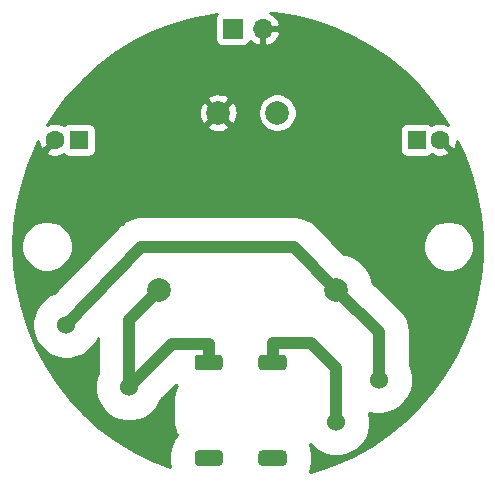
<source format=gbl>
%TF.GenerationSoftware,KiCad,Pcbnew,(5.1.9-0-10_14)*%
%TF.CreationDate,2024-01-23T16:21:58+01:00*%
%TF.ProjectId,mains-psu,6d61696e-732d-4707-9375-2e6b69636164,rev?*%
%TF.SameCoordinates,Original*%
%TF.FileFunction,Copper,L2,Bot*%
%TF.FilePolarity,Positive*%
%FSLAX46Y46*%
G04 Gerber Fmt 4.6, Leading zero omitted, Abs format (unit mm)*
G04 Created by KiCad (PCBNEW (5.1.9-0-10_14)) date 2024-01-23 16:21:58*
%MOMM*%
%LPD*%
G01*
G04 APERTURE LIST*
%TA.AperFunction,ComponentPad*%
%ADD10C,1.600000*%
%TD*%
%TA.AperFunction,ComponentPad*%
%ADD11R,1.600000X1.600000*%
%TD*%
%TA.AperFunction,ComponentPad*%
%ADD12C,2.000000*%
%TD*%
%TA.AperFunction,ComponentPad*%
%ADD13C,1.524000*%
%TD*%
%TA.AperFunction,ComponentPad*%
%ADD14O,1.700000X1.700000*%
%TD*%
%TA.AperFunction,ComponentPad*%
%ADD15R,1.700000X1.700000*%
%TD*%
%TA.AperFunction,Conductor*%
%ADD16C,1.000000*%
%TD*%
%TA.AperFunction,Conductor*%
%ADD17C,0.254000*%
%TD*%
%TA.AperFunction,Conductor*%
%ADD18C,0.100000*%
%TD*%
G04 APERTURE END LIST*
%TO.P,J2,1*%
%TO.N,NEUT*%
%TA.AperFunction,SMDPad,CuDef*%
G36*
G01*
X-2100000Y-9512500D02*
X-2100000Y-10187500D01*
G75*
G02*
X-2437500Y-10525000I-337500J0D01*
G01*
X-4162500Y-10525000D01*
G75*
G02*
X-4500000Y-10187500I0J337500D01*
G01*
X-4500000Y-9512500D01*
G75*
G02*
X-4162500Y-9175000I337500J0D01*
G01*
X-2437500Y-9175000D01*
G75*
G02*
X-2100000Y-9512500I0J-337500D01*
G01*
G37*
%TD.AperFunction*%
%TA.AperFunction,SMDPad,CuDef*%
G36*
G01*
X-2100000Y-17612500D02*
X-2100000Y-18287500D01*
G75*
G02*
X-2437500Y-18625000I-337500J0D01*
G01*
X-4162500Y-18625000D01*
G75*
G02*
X-4500000Y-18287500I0J337500D01*
G01*
X-4500000Y-17612500D01*
G75*
G02*
X-4162500Y-17275000I337500J0D01*
G01*
X-2437500Y-17275000D01*
G75*
G02*
X-2100000Y-17612500I0J-337500D01*
G01*
G37*
%TD.AperFunction*%
%TD*%
%TO.P,J1,1*%
%TO.N,LINE*%
%TA.AperFunction,SMDPad,CuDef*%
G36*
G01*
X900000Y-18287500D02*
X900000Y-17612500D01*
G75*
G02*
X1237500Y-17275000I337500J0D01*
G01*
X2962500Y-17275000D01*
G75*
G02*
X3300000Y-17612500I0J-337500D01*
G01*
X3300000Y-18287500D01*
G75*
G02*
X2962500Y-18625000I-337500J0D01*
G01*
X1237500Y-18625000D01*
G75*
G02*
X900000Y-18287500I0J337500D01*
G01*
G37*
%TD.AperFunction*%
%TA.AperFunction,SMDPad,CuDef*%
G36*
G01*
X900000Y-10187500D02*
X900000Y-9512500D01*
G75*
G02*
X1237500Y-9175000I337500J0D01*
G01*
X2962500Y-9175000D01*
G75*
G02*
X3300000Y-9512500I0J-337500D01*
G01*
X3300000Y-10187500D01*
G75*
G02*
X2962500Y-10525000I-337500J0D01*
G01*
X1237500Y-10525000D01*
G75*
G02*
X900000Y-10187500I0J337500D01*
G01*
G37*
%TD.AperFunction*%
%TD*%
D10*
%TO.P,C2,2*%
%TO.N,GND*%
X16300000Y9000000D03*
D11*
%TO.P,C2,1*%
%TO.N,+3V3*%
X14300000Y9000000D03*
%TD*%
D12*
%TO.P,U1,2*%
%TO.N,Net-(F1-Pad1)*%
X7500000Y-3700000D03*
%TO.P,U1,1*%
%TO.N,NEUT*%
X-7500000Y-3700000D03*
%TO.P,U1,4*%
%TO.N,GND*%
X-2500000Y11300000D03*
%TO.P,U1,3*%
%TO.N,+3V3*%
X2500000Y11300000D03*
%TD*%
D13*
%TO.P,RV1,2*%
%TO.N,NEUT*%
X-10048350Y-11951650D03*
%TO.P,RV1,1*%
%TO.N,Net-(F1-Pad1)*%
X-15351650Y-6648350D03*
%TD*%
%TO.P,F1,2*%
%TO.N,LINE*%
X7503949Y-14896051D03*
%TO.P,F1,1*%
%TO.N,Net-(F1-Pad1)*%
X11096051Y-11303949D03*
%TD*%
D14*
%TO.P,J3,2*%
%TO.N,GND*%
X1270000Y18400000D03*
D15*
%TO.P,J3,1*%
%TO.N,+3V3*%
X-1270000Y18400000D03*
%TD*%
D10*
%TO.P,C1,2*%
%TO.N,GND*%
X-16300000Y9000000D03*
D11*
%TO.P,C1,1*%
%TO.N,+3V3*%
X-14300000Y9000000D03*
%TD*%
D16*
%TO.N,NEUT*%
X-9696700Y-11600000D02*
X-10048350Y-11951650D01*
X-10048350Y-6248350D02*
X-7500000Y-3700000D01*
X-10048350Y-11951650D02*
X-10048350Y-6248350D01*
X-7946700Y-9850000D02*
X-10048350Y-11951650D01*
X-3300000Y-9850000D02*
X-3300000Y-8300000D01*
X-6396700Y-8300000D02*
X-7946700Y-9850000D01*
X-3300000Y-8300000D02*
X-6396700Y-8300000D01*
%TO.N,LINE*%
X7503949Y-11903949D02*
X7503949Y-14896051D01*
X5400000Y-8200000D02*
X7503949Y-10303949D01*
X7503949Y-10303949D02*
X7503949Y-11903949D01*
X2100000Y-8200000D02*
X5400000Y-8200000D01*
X2100000Y-9850000D02*
X2100000Y-8200000D01*
%TO.N,Net-(F1-Pad1)*%
X11096051Y-7296051D02*
X7500000Y-3700000D01*
X11096051Y-11303949D02*
X11096051Y-7296051D01*
X-9000000Y-100000D02*
X-15351650Y-6648350D01*
X3900000Y-100000D02*
X-9000000Y-100000D01*
X7500000Y-3700000D02*
X3900000Y-100000D01*
%TD*%
D17*
%TO.N,GND*%
X2190890Y19724796D02*
X3925596Y19453978D01*
X5629579Y19030907D01*
X7289503Y18458892D01*
X8892377Y17742412D01*
X10425656Y16887074D01*
X11877340Y15899571D01*
X13236067Y14787633D01*
X14491205Y13559961D01*
X15632929Y12226165D01*
X16652304Y10796682D01*
X16957933Y10276219D01*
X16786004Y10357571D01*
X16511816Y10426300D01*
X16229488Y10440217D01*
X15949870Y10398787D01*
X15683708Y10303603D01*
X15561691Y10238384D01*
X15551185Y10251185D01*
X15454494Y10330537D01*
X15344180Y10389502D01*
X15224482Y10425812D01*
X15100000Y10438072D01*
X13500000Y10438072D01*
X13375518Y10425812D01*
X13255820Y10389502D01*
X13145506Y10330537D01*
X13048815Y10251185D01*
X12969463Y10154494D01*
X12910498Y10044180D01*
X12874188Y9924482D01*
X12861928Y9800000D01*
X12861928Y8200000D01*
X12874188Y8075518D01*
X12910498Y7955820D01*
X12969463Y7845506D01*
X13048815Y7748815D01*
X13145506Y7669463D01*
X13255820Y7610498D01*
X13375518Y7574188D01*
X13500000Y7561928D01*
X15100000Y7561928D01*
X15224482Y7574188D01*
X15344180Y7610498D01*
X15454494Y7669463D01*
X15551185Y7748815D01*
X15561807Y7761758D01*
X15813996Y7642429D01*
X16088184Y7573700D01*
X16370512Y7559783D01*
X16650130Y7601213D01*
X16916292Y7696397D01*
X17041514Y7763329D01*
X17113097Y8007298D01*
X16300000Y8820395D01*
X16285858Y8806253D01*
X16106253Y8985858D01*
X16120395Y9000000D01*
X16106253Y9014143D01*
X16285858Y9193748D01*
X16300000Y9179605D01*
X16314143Y9193748D01*
X16493748Y9014143D01*
X16479605Y9000000D01*
X17292702Y8186903D01*
X17536671Y8258486D01*
X17657571Y8513996D01*
X17726300Y8788184D01*
X17730951Y8882544D01*
X18293116Y7696068D01*
X18901711Y6049205D01*
X19362375Y4354998D01*
X19671502Y2626707D01*
X19826672Y877859D01*
X19826672Y-877859D01*
X19671502Y-2626707D01*
X19362375Y-4354998D01*
X18901711Y-6049205D01*
X18293116Y-7696068D01*
X17541353Y-9282700D01*
X16652304Y-10796682D01*
X15632929Y-12226165D01*
X14491205Y-13559961D01*
X13236067Y-14787633D01*
X11877340Y-15899571D01*
X10425656Y-16887074D01*
X8892377Y-17742412D01*
X7289503Y-18458892D01*
X5629579Y-19030907D01*
X5284713Y-19116532D01*
X5389739Y-18770308D01*
X5437291Y-18287500D01*
X5437291Y-17612500D01*
X5389739Y-17129692D01*
X5275573Y-16753338D01*
X5662319Y-17140084D01*
X6135494Y-17456250D01*
X6661259Y-17674029D01*
X7219407Y-17785051D01*
X7788491Y-17785051D01*
X8346639Y-17674029D01*
X8872404Y-17456250D01*
X9345579Y-17140084D01*
X9747982Y-16737681D01*
X10064148Y-16264506D01*
X10281927Y-15738741D01*
X10392949Y-15180593D01*
X10392949Y-14611509D01*
X10289020Y-14089020D01*
X10811509Y-14192949D01*
X11380593Y-14192949D01*
X11938741Y-14081927D01*
X12464506Y-13864148D01*
X12937681Y-13547982D01*
X13340084Y-13145579D01*
X13656250Y-12672404D01*
X13874029Y-12146639D01*
X13985051Y-11588491D01*
X13985051Y-11019407D01*
X13874029Y-10461259D01*
X13723051Y-10096766D01*
X13723051Y-7425095D01*
X13735761Y-7296050D01*
X13715000Y-7085261D01*
X13685040Y-6781069D01*
X13534825Y-6285878D01*
X13290890Y-5829507D01*
X12962608Y-5429494D01*
X12862369Y-5347230D01*
X10557436Y-3042298D01*
X10506831Y-2787888D01*
X10271111Y-2218810D01*
X9928899Y-1706654D01*
X9493346Y-1271101D01*
X8981190Y-928889D01*
X8412112Y-693169D01*
X8157702Y-642564D01*
X7301461Y213677D01*
X14830497Y213677D01*
X14830497Y-213677D01*
X14913870Y-632821D01*
X15077412Y-1027645D01*
X15314837Y-1382977D01*
X15617023Y-1685163D01*
X15972355Y-1922588D01*
X16367179Y-2086130D01*
X16786323Y-2169503D01*
X17213677Y-2169503D01*
X17632821Y-2086130D01*
X18027645Y-1922588D01*
X18382977Y-1685163D01*
X18685163Y-1382977D01*
X18922588Y-1027645D01*
X19086130Y-632821D01*
X19169503Y-213677D01*
X19169503Y213677D01*
X19086130Y632821D01*
X18922588Y1027645D01*
X18685163Y1382977D01*
X18382977Y1685163D01*
X18027645Y1922588D01*
X17632821Y2086130D01*
X17213677Y2169503D01*
X16786323Y2169503D01*
X16367179Y2086130D01*
X15972355Y1922588D01*
X15617023Y1685163D01*
X15314837Y1382977D01*
X15077412Y1027645D01*
X14913870Y632821D01*
X14830497Y213677D01*
X7301461Y213677D01*
X5848825Y1666313D01*
X5766557Y1766557D01*
X5366544Y2094839D01*
X4910173Y2338774D01*
X4414982Y2488989D01*
X4029048Y2527000D01*
X4029045Y2527000D01*
X3900000Y2539710D01*
X3770955Y2527000D01*
X-8891026Y2527000D01*
X-9040246Y2539403D01*
X-9277399Y2512389D01*
X-9514982Y2488989D01*
X-9534321Y2483123D01*
X-9554395Y2480836D01*
X-9781738Y2408069D01*
X-10010173Y2338774D01*
X-10027992Y2329249D01*
X-10047239Y2323089D01*
X-10256025Y2207364D01*
X-10466544Y2094839D01*
X-10482165Y2082019D01*
X-10499837Y2072224D01*
X-10682032Y1917993D01*
X-10866557Y1766557D01*
X-10961549Y1650809D01*
X-16399183Y-3955221D01*
X-16720105Y-4088151D01*
X-17193280Y-4404317D01*
X-17595683Y-4806720D01*
X-17911849Y-5279895D01*
X-18129628Y-5805660D01*
X-18240650Y-6363808D01*
X-18240650Y-6932892D01*
X-18129628Y-7491040D01*
X-17911849Y-8016805D01*
X-17595683Y-8489980D01*
X-17193280Y-8892383D01*
X-16720105Y-9208549D01*
X-16194340Y-9426328D01*
X-15636192Y-9537350D01*
X-15067108Y-9537350D01*
X-14508960Y-9426328D01*
X-13983195Y-9208549D01*
X-13510020Y-8892383D01*
X-13107617Y-8489980D01*
X-12791451Y-8016805D01*
X-12675349Y-7736511D01*
X-12675350Y-10744466D01*
X-12826328Y-11108960D01*
X-12937350Y-11667108D01*
X-12937350Y-12236192D01*
X-12826328Y-12794340D01*
X-12608549Y-13320105D01*
X-12292383Y-13793280D01*
X-11889980Y-14195683D01*
X-11416805Y-14511849D01*
X-10891040Y-14729628D01*
X-10332892Y-14840650D01*
X-9763808Y-14840650D01*
X-9205660Y-14729628D01*
X-8679895Y-14511849D01*
X-8206720Y-14195683D01*
X-7804317Y-13793280D01*
X-7488151Y-13320105D01*
X-7337173Y-12955611D01*
X-6095701Y-11714139D01*
X-5992847Y-11839467D01*
X-6006356Y-11859799D01*
X-6041954Y-11911789D01*
X-6046567Y-11920321D01*
X-6046570Y-11920325D01*
X-6046570Y-11920326D01*
X-6138195Y-12092648D01*
X-6162191Y-12150866D01*
X-6187013Y-12208783D01*
X-6189883Y-12218053D01*
X-6246292Y-12404889D01*
X-6258517Y-12466631D01*
X-6271623Y-12528295D01*
X-6272638Y-12537946D01*
X-6291683Y-12732179D01*
X-6291683Y-12732188D01*
X-6295000Y-12765866D01*
X-6294999Y-15034135D01*
X-6292072Y-15063850D01*
X-6292115Y-15069972D01*
X-6291169Y-15079630D01*
X-6270768Y-15273727D01*
X-6258095Y-15335461D01*
X-6246298Y-15397304D01*
X-6243494Y-15406594D01*
X-6185782Y-15593032D01*
X-6161372Y-15651101D01*
X-6137775Y-15709505D01*
X-6133219Y-15718074D01*
X-6040394Y-15889750D01*
X-6005167Y-15941977D01*
X-5992945Y-15960654D01*
X-6220214Y-16237580D01*
X-6448909Y-16665438D01*
X-6589739Y-17129692D01*
X-6637291Y-17612500D01*
X-6637291Y-18287500D01*
X-6595474Y-18712083D01*
X-8098867Y-18118386D01*
X-9668480Y-17331707D01*
X-11162423Y-16409384D01*
X-12569006Y-15358635D01*
X-13877219Y-14187684D01*
X-15076824Y-12905695D01*
X-16158432Y-11522701D01*
X-17113579Y-10049527D01*
X-17934788Y-8497701D01*
X-18615634Y-6879370D01*
X-19150787Y-5207198D01*
X-19536060Y-3494273D01*
X-19768436Y-1754000D01*
X-19846097Y0D01*
X-19836637Y213677D01*
X-19169503Y213677D01*
X-19169503Y-213677D01*
X-19086130Y-632821D01*
X-18922588Y-1027645D01*
X-18685163Y-1382977D01*
X-18382977Y-1685163D01*
X-18027645Y-1922588D01*
X-17632821Y-2086130D01*
X-17213677Y-2169503D01*
X-16786323Y-2169503D01*
X-16367179Y-2086130D01*
X-15972355Y-1922588D01*
X-15617023Y-1685163D01*
X-15314837Y-1382977D01*
X-15077412Y-1027645D01*
X-14913870Y-632821D01*
X-14830497Y-213677D01*
X-14830497Y213677D01*
X-14913870Y632821D01*
X-15077412Y1027645D01*
X-15314837Y1382977D01*
X-15617023Y1685163D01*
X-15972355Y1922588D01*
X-16367179Y2086130D01*
X-16786323Y2169503D01*
X-17213677Y2169503D01*
X-17632821Y2086130D01*
X-18027645Y1922588D01*
X-18382977Y1685163D01*
X-18685163Y1382977D01*
X-18922588Y1027645D01*
X-19086130Y632821D01*
X-19169503Y213677D01*
X-19836637Y213677D01*
X-19768436Y1754000D01*
X-19536060Y3494273D01*
X-19150787Y5207198D01*
X-18615634Y6879370D01*
X-17934788Y8497701D01*
X-17732796Y8879402D01*
X-17698787Y8649870D01*
X-17603603Y8383708D01*
X-17536671Y8258486D01*
X-17292702Y8186903D01*
X-16479605Y9000000D01*
X-16493748Y9014143D01*
X-16314143Y9193748D01*
X-16300000Y9179605D01*
X-16285858Y9193748D01*
X-16106253Y9014143D01*
X-16120395Y9000000D01*
X-16106253Y8985858D01*
X-16285858Y8806253D01*
X-16300000Y8820395D01*
X-17113097Y8007298D01*
X-17041514Y7763329D01*
X-16786004Y7642429D01*
X-16511816Y7573700D01*
X-16229488Y7559783D01*
X-15949870Y7601213D01*
X-15683708Y7696397D01*
X-15561691Y7761616D01*
X-15551185Y7748815D01*
X-15454494Y7669463D01*
X-15344180Y7610498D01*
X-15224482Y7574188D01*
X-15100000Y7561928D01*
X-13500000Y7561928D01*
X-13375518Y7574188D01*
X-13255820Y7610498D01*
X-13145506Y7669463D01*
X-13048815Y7748815D01*
X-12969463Y7845506D01*
X-12910498Y7955820D01*
X-12874188Y8075518D01*
X-12861928Y8200000D01*
X-12861928Y9800000D01*
X-12874188Y9924482D01*
X-12910498Y10044180D01*
X-12969463Y10154494D01*
X-12977746Y10164587D01*
X-3455808Y10164587D01*
X-3360044Y9900186D01*
X-3070429Y9759296D01*
X-2758892Y9677616D01*
X-2437405Y9658282D01*
X-2118325Y9702039D01*
X-1813912Y9807205D01*
X-1639956Y9900186D01*
X-1544192Y10164587D01*
X-2500000Y11120395D01*
X-3455808Y10164587D01*
X-12977746Y10164587D01*
X-13048815Y10251185D01*
X-13145506Y10330537D01*
X-13255820Y10389502D01*
X-13375518Y10425812D01*
X-13500000Y10438072D01*
X-15100000Y10438072D01*
X-15224482Y10425812D01*
X-15344180Y10389502D01*
X-15454494Y10330537D01*
X-15551185Y10251185D01*
X-15561807Y10238242D01*
X-15813996Y10357571D01*
X-16088184Y10426300D01*
X-16370512Y10440217D01*
X-16650130Y10398787D01*
X-16916292Y10303603D01*
X-16966111Y10276974D01*
X-16343407Y11237405D01*
X-4141718Y11237405D01*
X-4097961Y10918325D01*
X-3992795Y10613912D01*
X-3899814Y10439956D01*
X-3635413Y10344192D01*
X-2679605Y11300000D01*
X-2320395Y11300000D01*
X-1364587Y10344192D01*
X-1100186Y10439956D01*
X-959296Y10729571D01*
X-877616Y11041108D01*
X-858282Y11362595D01*
X-871781Y11461033D01*
X865000Y11461033D01*
X865000Y11138967D01*
X927832Y10823088D01*
X1051082Y10525537D01*
X1230013Y10257748D01*
X1457748Y10030013D01*
X1725537Y9851082D01*
X2023088Y9727832D01*
X2338967Y9665000D01*
X2661033Y9665000D01*
X2976912Y9727832D01*
X3274463Y9851082D01*
X3542252Y10030013D01*
X3769987Y10257748D01*
X3948918Y10525537D01*
X4072168Y10823088D01*
X4135000Y11138967D01*
X4135000Y11461033D01*
X4072168Y11776912D01*
X3948918Y12074463D01*
X3769987Y12342252D01*
X3542252Y12569987D01*
X3274463Y12748918D01*
X2976912Y12872168D01*
X2661033Y12935000D01*
X2338967Y12935000D01*
X2023088Y12872168D01*
X1725537Y12748918D01*
X1457748Y12569987D01*
X1230013Y12342252D01*
X1051082Y12074463D01*
X927832Y11776912D01*
X865000Y11461033D01*
X-871781Y11461033D01*
X-902039Y11681675D01*
X-1007205Y11986088D01*
X-1100186Y12160044D01*
X-1364587Y12255808D01*
X-2320395Y11300000D01*
X-2679605Y11300000D01*
X-3635413Y12255808D01*
X-3899814Y12160044D01*
X-4040704Y11870429D01*
X-4122384Y11558892D01*
X-4141718Y11237405D01*
X-16343407Y11237405D01*
X-16158432Y11522701D01*
X-15444621Y12435413D01*
X-3455808Y12435413D01*
X-2500000Y11479605D01*
X-1544192Y12435413D01*
X-1639956Y12699814D01*
X-1929571Y12840704D01*
X-2241108Y12922384D01*
X-2562595Y12941718D01*
X-2881675Y12897961D01*
X-3186088Y12792795D01*
X-3360044Y12699814D01*
X-3455808Y12435413D01*
X-15444621Y12435413D01*
X-15076824Y12905695D01*
X-13877219Y14187684D01*
X-12569006Y15358635D01*
X-11162423Y16409384D01*
X-9668480Y17331707D01*
X-8098867Y18118386D01*
X-6465870Y18763264D01*
X-4782268Y19261295D01*
X-3061239Y19608579D01*
X-2605656Y19659182D01*
X-2650537Y19604494D01*
X-2709502Y19494180D01*
X-2745812Y19374482D01*
X-2758072Y19250000D01*
X-2758072Y17550000D01*
X-2745812Y17425518D01*
X-2709502Y17305820D01*
X-2650537Y17195506D01*
X-2571185Y17098815D01*
X-2474494Y17019463D01*
X-2364180Y16960498D01*
X-2244482Y16924188D01*
X-2120000Y16911928D01*
X-420000Y16911928D01*
X-295518Y16924188D01*
X-175820Y16960498D01*
X-65506Y17019463D01*
X31185Y17098815D01*
X110537Y17195506D01*
X169502Y17305820D01*
X193966Y17386466D01*
X269731Y17302412D01*
X503080Y17128359D01*
X765901Y17003175D01*
X913110Y16958524D01*
X1143000Y17079845D01*
X1143000Y18273000D01*
X1397000Y18273000D01*
X1397000Y17079845D01*
X1626890Y16958524D01*
X1774099Y17003175D01*
X2036920Y17128359D01*
X2270269Y17302412D01*
X2465178Y17518645D01*
X2614157Y17768748D01*
X2711481Y18043109D01*
X2590814Y18273000D01*
X1397000Y18273000D01*
X1143000Y18273000D01*
X1123000Y18273000D01*
X1123000Y18527000D01*
X1143000Y18527000D01*
X1143000Y18547000D01*
X1397000Y18547000D01*
X1397000Y18527000D01*
X2590814Y18527000D01*
X2711481Y18756891D01*
X2614157Y19031252D01*
X2465178Y19281355D01*
X2270269Y19497588D01*
X2036920Y19671641D01*
X1882252Y19745311D01*
X2190890Y19724796D01*
%TA.AperFunction,Conductor*%
D18*
G36*
X2190890Y19724796D02*
G01*
X3925596Y19453978D01*
X5629579Y19030907D01*
X7289503Y18458892D01*
X8892377Y17742412D01*
X10425656Y16887074D01*
X11877340Y15899571D01*
X13236067Y14787633D01*
X14491205Y13559961D01*
X15632929Y12226165D01*
X16652304Y10796682D01*
X16957933Y10276219D01*
X16786004Y10357571D01*
X16511816Y10426300D01*
X16229488Y10440217D01*
X15949870Y10398787D01*
X15683708Y10303603D01*
X15561691Y10238384D01*
X15551185Y10251185D01*
X15454494Y10330537D01*
X15344180Y10389502D01*
X15224482Y10425812D01*
X15100000Y10438072D01*
X13500000Y10438072D01*
X13375518Y10425812D01*
X13255820Y10389502D01*
X13145506Y10330537D01*
X13048815Y10251185D01*
X12969463Y10154494D01*
X12910498Y10044180D01*
X12874188Y9924482D01*
X12861928Y9800000D01*
X12861928Y8200000D01*
X12874188Y8075518D01*
X12910498Y7955820D01*
X12969463Y7845506D01*
X13048815Y7748815D01*
X13145506Y7669463D01*
X13255820Y7610498D01*
X13375518Y7574188D01*
X13500000Y7561928D01*
X15100000Y7561928D01*
X15224482Y7574188D01*
X15344180Y7610498D01*
X15454494Y7669463D01*
X15551185Y7748815D01*
X15561807Y7761758D01*
X15813996Y7642429D01*
X16088184Y7573700D01*
X16370512Y7559783D01*
X16650130Y7601213D01*
X16916292Y7696397D01*
X17041514Y7763329D01*
X17113097Y8007298D01*
X16300000Y8820395D01*
X16285858Y8806253D01*
X16106253Y8985858D01*
X16120395Y9000000D01*
X16106253Y9014143D01*
X16285858Y9193748D01*
X16300000Y9179605D01*
X16314143Y9193748D01*
X16493748Y9014143D01*
X16479605Y9000000D01*
X17292702Y8186903D01*
X17536671Y8258486D01*
X17657571Y8513996D01*
X17726300Y8788184D01*
X17730951Y8882544D01*
X18293116Y7696068D01*
X18901711Y6049205D01*
X19362375Y4354998D01*
X19671502Y2626707D01*
X19826672Y877859D01*
X19826672Y-877859D01*
X19671502Y-2626707D01*
X19362375Y-4354998D01*
X18901711Y-6049205D01*
X18293116Y-7696068D01*
X17541353Y-9282700D01*
X16652304Y-10796682D01*
X15632929Y-12226165D01*
X14491205Y-13559961D01*
X13236067Y-14787633D01*
X11877340Y-15899571D01*
X10425656Y-16887074D01*
X8892377Y-17742412D01*
X7289503Y-18458892D01*
X5629579Y-19030907D01*
X5284713Y-19116532D01*
X5389739Y-18770308D01*
X5437291Y-18287500D01*
X5437291Y-17612500D01*
X5389739Y-17129692D01*
X5275573Y-16753338D01*
X5662319Y-17140084D01*
X6135494Y-17456250D01*
X6661259Y-17674029D01*
X7219407Y-17785051D01*
X7788491Y-17785051D01*
X8346639Y-17674029D01*
X8872404Y-17456250D01*
X9345579Y-17140084D01*
X9747982Y-16737681D01*
X10064148Y-16264506D01*
X10281927Y-15738741D01*
X10392949Y-15180593D01*
X10392949Y-14611509D01*
X10289020Y-14089020D01*
X10811509Y-14192949D01*
X11380593Y-14192949D01*
X11938741Y-14081927D01*
X12464506Y-13864148D01*
X12937681Y-13547982D01*
X13340084Y-13145579D01*
X13656250Y-12672404D01*
X13874029Y-12146639D01*
X13985051Y-11588491D01*
X13985051Y-11019407D01*
X13874029Y-10461259D01*
X13723051Y-10096766D01*
X13723051Y-7425095D01*
X13735761Y-7296050D01*
X13715000Y-7085261D01*
X13685040Y-6781069D01*
X13534825Y-6285878D01*
X13290890Y-5829507D01*
X12962608Y-5429494D01*
X12862369Y-5347230D01*
X10557436Y-3042298D01*
X10506831Y-2787888D01*
X10271111Y-2218810D01*
X9928899Y-1706654D01*
X9493346Y-1271101D01*
X8981190Y-928889D01*
X8412112Y-693169D01*
X8157702Y-642564D01*
X7301461Y213677D01*
X14830497Y213677D01*
X14830497Y-213677D01*
X14913870Y-632821D01*
X15077412Y-1027645D01*
X15314837Y-1382977D01*
X15617023Y-1685163D01*
X15972355Y-1922588D01*
X16367179Y-2086130D01*
X16786323Y-2169503D01*
X17213677Y-2169503D01*
X17632821Y-2086130D01*
X18027645Y-1922588D01*
X18382977Y-1685163D01*
X18685163Y-1382977D01*
X18922588Y-1027645D01*
X19086130Y-632821D01*
X19169503Y-213677D01*
X19169503Y213677D01*
X19086130Y632821D01*
X18922588Y1027645D01*
X18685163Y1382977D01*
X18382977Y1685163D01*
X18027645Y1922588D01*
X17632821Y2086130D01*
X17213677Y2169503D01*
X16786323Y2169503D01*
X16367179Y2086130D01*
X15972355Y1922588D01*
X15617023Y1685163D01*
X15314837Y1382977D01*
X15077412Y1027645D01*
X14913870Y632821D01*
X14830497Y213677D01*
X7301461Y213677D01*
X5848825Y1666313D01*
X5766557Y1766557D01*
X5366544Y2094839D01*
X4910173Y2338774D01*
X4414982Y2488989D01*
X4029048Y2527000D01*
X4029045Y2527000D01*
X3900000Y2539710D01*
X3770955Y2527000D01*
X-8891026Y2527000D01*
X-9040246Y2539403D01*
X-9277399Y2512389D01*
X-9514982Y2488989D01*
X-9534321Y2483123D01*
X-9554395Y2480836D01*
X-9781738Y2408069D01*
X-10010173Y2338774D01*
X-10027992Y2329249D01*
X-10047239Y2323089D01*
X-10256025Y2207364D01*
X-10466544Y2094839D01*
X-10482165Y2082019D01*
X-10499837Y2072224D01*
X-10682032Y1917993D01*
X-10866557Y1766557D01*
X-10961549Y1650809D01*
X-16399183Y-3955221D01*
X-16720105Y-4088151D01*
X-17193280Y-4404317D01*
X-17595683Y-4806720D01*
X-17911849Y-5279895D01*
X-18129628Y-5805660D01*
X-18240650Y-6363808D01*
X-18240650Y-6932892D01*
X-18129628Y-7491040D01*
X-17911849Y-8016805D01*
X-17595683Y-8489980D01*
X-17193280Y-8892383D01*
X-16720105Y-9208549D01*
X-16194340Y-9426328D01*
X-15636192Y-9537350D01*
X-15067108Y-9537350D01*
X-14508960Y-9426328D01*
X-13983195Y-9208549D01*
X-13510020Y-8892383D01*
X-13107617Y-8489980D01*
X-12791451Y-8016805D01*
X-12675349Y-7736511D01*
X-12675350Y-10744466D01*
X-12826328Y-11108960D01*
X-12937350Y-11667108D01*
X-12937350Y-12236192D01*
X-12826328Y-12794340D01*
X-12608549Y-13320105D01*
X-12292383Y-13793280D01*
X-11889980Y-14195683D01*
X-11416805Y-14511849D01*
X-10891040Y-14729628D01*
X-10332892Y-14840650D01*
X-9763808Y-14840650D01*
X-9205660Y-14729628D01*
X-8679895Y-14511849D01*
X-8206720Y-14195683D01*
X-7804317Y-13793280D01*
X-7488151Y-13320105D01*
X-7337173Y-12955611D01*
X-6095701Y-11714139D01*
X-5992847Y-11839467D01*
X-6006356Y-11859799D01*
X-6041954Y-11911789D01*
X-6046567Y-11920321D01*
X-6046570Y-11920325D01*
X-6046570Y-11920326D01*
X-6138195Y-12092648D01*
X-6162191Y-12150866D01*
X-6187013Y-12208783D01*
X-6189883Y-12218053D01*
X-6246292Y-12404889D01*
X-6258517Y-12466631D01*
X-6271623Y-12528295D01*
X-6272638Y-12537946D01*
X-6291683Y-12732179D01*
X-6291683Y-12732188D01*
X-6295000Y-12765866D01*
X-6294999Y-15034135D01*
X-6292072Y-15063850D01*
X-6292115Y-15069972D01*
X-6291169Y-15079630D01*
X-6270768Y-15273727D01*
X-6258095Y-15335461D01*
X-6246298Y-15397304D01*
X-6243494Y-15406594D01*
X-6185782Y-15593032D01*
X-6161372Y-15651101D01*
X-6137775Y-15709505D01*
X-6133219Y-15718074D01*
X-6040394Y-15889750D01*
X-6005167Y-15941977D01*
X-5992945Y-15960654D01*
X-6220214Y-16237580D01*
X-6448909Y-16665438D01*
X-6589739Y-17129692D01*
X-6637291Y-17612500D01*
X-6637291Y-18287500D01*
X-6595474Y-18712083D01*
X-8098867Y-18118386D01*
X-9668480Y-17331707D01*
X-11162423Y-16409384D01*
X-12569006Y-15358635D01*
X-13877219Y-14187684D01*
X-15076824Y-12905695D01*
X-16158432Y-11522701D01*
X-17113579Y-10049527D01*
X-17934788Y-8497701D01*
X-18615634Y-6879370D01*
X-19150787Y-5207198D01*
X-19536060Y-3494273D01*
X-19768436Y-1754000D01*
X-19846097Y0D01*
X-19836637Y213677D01*
X-19169503Y213677D01*
X-19169503Y-213677D01*
X-19086130Y-632821D01*
X-18922588Y-1027645D01*
X-18685163Y-1382977D01*
X-18382977Y-1685163D01*
X-18027645Y-1922588D01*
X-17632821Y-2086130D01*
X-17213677Y-2169503D01*
X-16786323Y-2169503D01*
X-16367179Y-2086130D01*
X-15972355Y-1922588D01*
X-15617023Y-1685163D01*
X-15314837Y-1382977D01*
X-15077412Y-1027645D01*
X-14913870Y-632821D01*
X-14830497Y-213677D01*
X-14830497Y213677D01*
X-14913870Y632821D01*
X-15077412Y1027645D01*
X-15314837Y1382977D01*
X-15617023Y1685163D01*
X-15972355Y1922588D01*
X-16367179Y2086130D01*
X-16786323Y2169503D01*
X-17213677Y2169503D01*
X-17632821Y2086130D01*
X-18027645Y1922588D01*
X-18382977Y1685163D01*
X-18685163Y1382977D01*
X-18922588Y1027645D01*
X-19086130Y632821D01*
X-19169503Y213677D01*
X-19836637Y213677D01*
X-19768436Y1754000D01*
X-19536060Y3494273D01*
X-19150787Y5207198D01*
X-18615634Y6879370D01*
X-17934788Y8497701D01*
X-17732796Y8879402D01*
X-17698787Y8649870D01*
X-17603603Y8383708D01*
X-17536671Y8258486D01*
X-17292702Y8186903D01*
X-16479605Y9000000D01*
X-16493748Y9014143D01*
X-16314143Y9193748D01*
X-16300000Y9179605D01*
X-16285858Y9193748D01*
X-16106253Y9014143D01*
X-16120395Y9000000D01*
X-16106253Y8985858D01*
X-16285858Y8806253D01*
X-16300000Y8820395D01*
X-17113097Y8007298D01*
X-17041514Y7763329D01*
X-16786004Y7642429D01*
X-16511816Y7573700D01*
X-16229488Y7559783D01*
X-15949870Y7601213D01*
X-15683708Y7696397D01*
X-15561691Y7761616D01*
X-15551185Y7748815D01*
X-15454494Y7669463D01*
X-15344180Y7610498D01*
X-15224482Y7574188D01*
X-15100000Y7561928D01*
X-13500000Y7561928D01*
X-13375518Y7574188D01*
X-13255820Y7610498D01*
X-13145506Y7669463D01*
X-13048815Y7748815D01*
X-12969463Y7845506D01*
X-12910498Y7955820D01*
X-12874188Y8075518D01*
X-12861928Y8200000D01*
X-12861928Y9800000D01*
X-12874188Y9924482D01*
X-12910498Y10044180D01*
X-12969463Y10154494D01*
X-12977746Y10164587D01*
X-3455808Y10164587D01*
X-3360044Y9900186D01*
X-3070429Y9759296D01*
X-2758892Y9677616D01*
X-2437405Y9658282D01*
X-2118325Y9702039D01*
X-1813912Y9807205D01*
X-1639956Y9900186D01*
X-1544192Y10164587D01*
X-2500000Y11120395D01*
X-3455808Y10164587D01*
X-12977746Y10164587D01*
X-13048815Y10251185D01*
X-13145506Y10330537D01*
X-13255820Y10389502D01*
X-13375518Y10425812D01*
X-13500000Y10438072D01*
X-15100000Y10438072D01*
X-15224482Y10425812D01*
X-15344180Y10389502D01*
X-15454494Y10330537D01*
X-15551185Y10251185D01*
X-15561807Y10238242D01*
X-15813996Y10357571D01*
X-16088184Y10426300D01*
X-16370512Y10440217D01*
X-16650130Y10398787D01*
X-16916292Y10303603D01*
X-16966111Y10276974D01*
X-16343407Y11237405D01*
X-4141718Y11237405D01*
X-4097961Y10918325D01*
X-3992795Y10613912D01*
X-3899814Y10439956D01*
X-3635413Y10344192D01*
X-2679605Y11300000D01*
X-2320395Y11300000D01*
X-1364587Y10344192D01*
X-1100186Y10439956D01*
X-959296Y10729571D01*
X-877616Y11041108D01*
X-858282Y11362595D01*
X-871781Y11461033D01*
X865000Y11461033D01*
X865000Y11138967D01*
X927832Y10823088D01*
X1051082Y10525537D01*
X1230013Y10257748D01*
X1457748Y10030013D01*
X1725537Y9851082D01*
X2023088Y9727832D01*
X2338967Y9665000D01*
X2661033Y9665000D01*
X2976912Y9727832D01*
X3274463Y9851082D01*
X3542252Y10030013D01*
X3769987Y10257748D01*
X3948918Y10525537D01*
X4072168Y10823088D01*
X4135000Y11138967D01*
X4135000Y11461033D01*
X4072168Y11776912D01*
X3948918Y12074463D01*
X3769987Y12342252D01*
X3542252Y12569987D01*
X3274463Y12748918D01*
X2976912Y12872168D01*
X2661033Y12935000D01*
X2338967Y12935000D01*
X2023088Y12872168D01*
X1725537Y12748918D01*
X1457748Y12569987D01*
X1230013Y12342252D01*
X1051082Y12074463D01*
X927832Y11776912D01*
X865000Y11461033D01*
X-871781Y11461033D01*
X-902039Y11681675D01*
X-1007205Y11986088D01*
X-1100186Y12160044D01*
X-1364587Y12255808D01*
X-2320395Y11300000D01*
X-2679605Y11300000D01*
X-3635413Y12255808D01*
X-3899814Y12160044D01*
X-4040704Y11870429D01*
X-4122384Y11558892D01*
X-4141718Y11237405D01*
X-16343407Y11237405D01*
X-16158432Y11522701D01*
X-15444621Y12435413D01*
X-3455808Y12435413D01*
X-2500000Y11479605D01*
X-1544192Y12435413D01*
X-1639956Y12699814D01*
X-1929571Y12840704D01*
X-2241108Y12922384D01*
X-2562595Y12941718D01*
X-2881675Y12897961D01*
X-3186088Y12792795D01*
X-3360044Y12699814D01*
X-3455808Y12435413D01*
X-15444621Y12435413D01*
X-15076824Y12905695D01*
X-13877219Y14187684D01*
X-12569006Y15358635D01*
X-11162423Y16409384D01*
X-9668480Y17331707D01*
X-8098867Y18118386D01*
X-6465870Y18763264D01*
X-4782268Y19261295D01*
X-3061239Y19608579D01*
X-2605656Y19659182D01*
X-2650537Y19604494D01*
X-2709502Y19494180D01*
X-2745812Y19374482D01*
X-2758072Y19250000D01*
X-2758072Y17550000D01*
X-2745812Y17425518D01*
X-2709502Y17305820D01*
X-2650537Y17195506D01*
X-2571185Y17098815D01*
X-2474494Y17019463D01*
X-2364180Y16960498D01*
X-2244482Y16924188D01*
X-2120000Y16911928D01*
X-420000Y16911928D01*
X-295518Y16924188D01*
X-175820Y16960498D01*
X-65506Y17019463D01*
X31185Y17098815D01*
X110537Y17195506D01*
X169502Y17305820D01*
X193966Y17386466D01*
X269731Y17302412D01*
X503080Y17128359D01*
X765901Y17003175D01*
X913110Y16958524D01*
X1143000Y17079845D01*
X1143000Y18273000D01*
X1397000Y18273000D01*
X1397000Y17079845D01*
X1626890Y16958524D01*
X1774099Y17003175D01*
X2036920Y17128359D01*
X2270269Y17302412D01*
X2465178Y17518645D01*
X2614157Y17768748D01*
X2711481Y18043109D01*
X2590814Y18273000D01*
X1397000Y18273000D01*
X1143000Y18273000D01*
X1123000Y18273000D01*
X1123000Y18527000D01*
X1143000Y18527000D01*
X1143000Y18547000D01*
X1397000Y18547000D01*
X1397000Y18527000D01*
X2590814Y18527000D01*
X2711481Y18756891D01*
X2614157Y19031252D01*
X2465178Y19281355D01*
X2270269Y19497588D01*
X2036920Y19671641D01*
X1882252Y19745311D01*
X2190890Y19724796D01*
G37*
%TD.AperFunction*%
%TD*%
M02*

</source>
